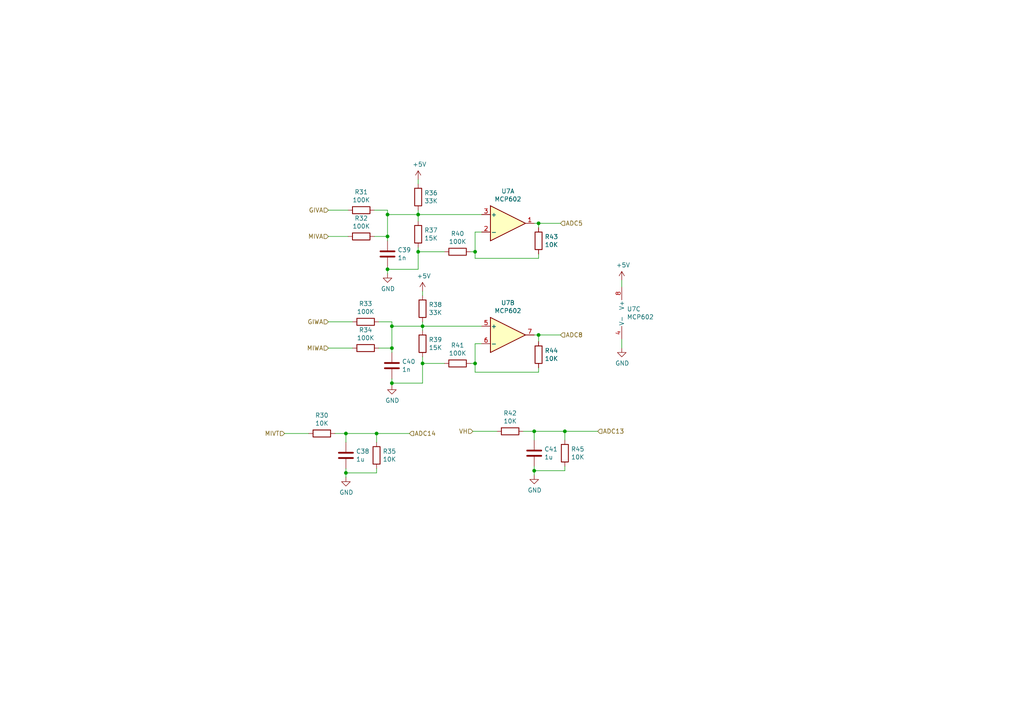
<source format=kicad_sch>
(kicad_sch (version 20230121) (generator eeschema)
  (paper "A4")
  (lib_symbols
    (symbol "Device:C" (pin_numbers hide) (pin_names (offset 0.254))
      (property "Reference" "C" (at 0.635 2.54 0))
      (property "Value" "C" (at 0.635 -2.54 0))
      (symbol "C_0_1"
        (polyline (pts (xy -2.032 -0.762) (xy 2.032 -0.762)) (stroke (width 0.508)))
        (polyline (pts (xy -2.032 0.762) (xy 2.032 0.762)) (stroke (width 0.508)))
      )
      (symbol "C_1_1"
        (pin passive line (at 0 3.81 270) (length 2.794) (name "~") (number "1"))
        (pin passive line (at 0 -3.81 90) (length 2.794) (name "~") (number "2"))
      )
    )
    (symbol "Device:R" (pin_numbers hide) (pin_names (offset 0))
      (property "Reference" "R" (at 2.032 0 90))
      (property "Value" "R" (at 0 0 90))
      (symbol "R_0_1"
        (rectangle (start -1.016 -2.54) (end 1.016 2.54) (stroke (width 0.254)))
      )
      (symbol "R_1_1"
        (pin passive line (at 0 3.81 270) (length 1.27) (name "~") (number "1"))
        (pin passive line (at 0 -3.81 90) (length 1.27) (name "~") (number "2"))
      )
    )
    (symbol "prius_gen2-rescue:+5V-power-prius_gen2-rescue" (power) (pin_names (offset 0))
      (property "Value" "+5V-power-prius_gen2-rescue" (at 0 3.556 0))
      (symbol "+5V-power-prius_gen2-rescue_0_1"
        (polyline (pts (xy -0.762 1.27) (xy 0 2.54)))
        (polyline (pts (xy 0 0) (xy 0 2.54)))
        (polyline (pts (xy 0 2.54) (xy 0.762 1.27)))
      )
      (symbol "+5V-power-prius_gen2-rescue_1_1"
        (pin power_in line (at 0 0 90) (length 0) hide (name "+5V") (number "1"))
      )
    )
    (symbol "prius_gen2-rescue:GND-power-prius_gen2-rescue" (power) (pin_names (offset 0))
      (property "Value" "GND-power-prius_gen2-rescue" (at 0 -3.81 0))
      (symbol "GND-power-prius_gen2-rescue_0_1"
        (polyline (pts (xy 0 0) (xy 0 -1.27) (xy 1.27 -1.27) (xy 0 -2.54) (xy -1.27 -1.27) (xy 0 -1.27)))
      )
      (symbol "GND-power-prius_gen2-rescue_1_1"
        (pin power_in line (at 0 0 270) (length 0) hide (name "GND") (number "1"))
      )
    )
    (symbol "prius_gen2-rescue:MCP602-Amplifier_Operational-prius_gen2-rescue" (pin_names (offset 0.127))
      (property "Reference" "U" (at 0 5.08 0))
      (property "Value" "MCP602-Amplifier_Operational-prius_gen2-rescue" (at 0 -5.08 0))
      (symbol "MCP602-Amplifier_Operational-prius_gen2-rescue_1_1"
        (polyline (pts (xy -5.08 5.08) (xy 5.08 0) (xy -5.08 -5.08) (xy -5.08 5.08)) (stroke (width 0.254)) (fill (type background)))
        (pin output line (at 7.62 0 180) (length 2.54) (name "~") (number "1"))
        (pin input line (at -7.62 -2.54 0) (length 2.54) (name "-") (number "2"))
        (pin input line (at -7.62 2.54 0) (length 2.54) (name "+") (number "3"))
      )
      (symbol "MCP602-Amplifier_Operational-prius_gen2-rescue_2_1"
        (polyline (pts (xy -5.08 5.08) (xy 5.08 0) (xy -5.08 -5.08) (xy -5.08 5.08)) (stroke (width 0.254)) (fill (type background)))
        (pin input line (at -7.62 2.54 0) (length 2.54) (name "+") (number "5"))
        (pin input line (at -7.62 -2.54 0) (length 2.54) (name "-") (number "6"))
        (pin output line (at 7.62 0 180) (length 2.54) (name "~") (number "7"))
      )
      (symbol "MCP602-Amplifier_Operational-prius_gen2-rescue_3_1"
        (pin power_in line (at -2.54 -7.62 90) (length 3.81) (name "V-") (number "4"))
        (pin power_in line (at -2.54 7.62 270) (length 3.81) (name "V+") (number "8"))
      )
    )
  )
  (junction (at 137.795 105.41))
  (junction (at 156.21 64.77))
  (junction (at 122.555 105.41))
  (junction (at 112.395 78.105))
  (junction (at 100.33 137.16))
  (junction (at 113.665 94.615))
  (junction (at 156.21 97.155))
  (junction (at 137.795 73.025))
  (junction (at 154.94 136.525))
  (junction (at 154.94 125.095))
  (junction (at 100.33 125.73))
  (junction (at 109.22 125.73))
  (junction (at 121.285 73.025))
  (junction (at 113.665 100.965))
  (junction (at 122.555 94.615))
  (junction (at 112.395 62.23))
  (junction (at 121.285 62.23))
  (junction (at 112.395 68.58))
  (junction (at 113.665 111.125))
  (junction (at 163.83 125.095))
  (wire (pts (xy 102.235 93.345) (xy 95.25 93.345)))
  (wire (pts (xy 121.285 73.025) (xy 121.285 71.755)))
  (wire (pts (xy 100.33 128.27) (xy 100.33 125.73)))
  (wire (pts (xy 156.21 99.06) (xy 156.21 97.155)))
  (wire (pts (xy 139.7 94.615) (xy 122.555 94.615)))
  (wire (pts (xy 121.285 62.23) (xy 139.7 62.23)))
  (wire (pts (xy 112.395 79.375) (xy 112.395 78.105)))
  (wire (pts (xy 156.21 97.155) (xy 154.94 97.155)))
  (wire (pts (xy 139.7 67.31) (xy 137.795 67.31)))
  (wire (pts (xy 113.665 94.615) (xy 113.665 93.345)))
  (wire (pts (xy 82.55 125.73) (xy 89.535 125.73)))
  (wire (pts (xy 136.525 105.41) (xy 137.795 105.41)))
  (wire (pts (xy 180.34 81.28) (xy 180.34 83.185)))
  (wire (pts (xy 121.285 64.135) (xy 121.285 62.23)))
  (wire (pts (xy 122.555 111.125) (xy 122.555 105.41)))
  (wire (pts (xy 109.855 100.965) (xy 113.665 100.965)))
  (wire (pts (xy 121.285 60.96) (xy 121.285 62.23)))
  (wire (pts (xy 137.16 125.095) (xy 144.145 125.095)))
  (wire (pts (xy 137.795 107.95) (xy 156.21 107.95)))
  (wire (pts (xy 112.395 68.58) (xy 112.395 62.23)))
  (wire (pts (xy 137.795 74.93) (xy 137.795 73.025)))
  (wire (pts (xy 95.25 100.965) (xy 102.235 100.965)))
  (wire (pts (xy 163.83 136.525) (xy 154.94 136.525)))
  (wire (pts (xy 113.665 111.125) (xy 113.665 109.855)))
  (wire (pts (xy 137.795 99.695) (xy 137.795 105.41)))
  (wire (pts (xy 154.94 127.635) (xy 154.94 125.095)))
  (wire (pts (xy 156.21 64.77) (xy 154.94 64.77)))
  (wire (pts (xy 173.355 125.095) (xy 163.83 125.095)))
  (wire (pts (xy 156.21 74.93) (xy 137.795 74.93)))
  (wire (pts (xy 112.395 68.58) (xy 112.395 69.85)))
  (wire (pts (xy 156.21 107.95) (xy 156.21 106.68)))
  (wire (pts (xy 113.665 100.965) (xy 113.665 102.235)))
  (wire (pts (xy 113.665 100.965) (xy 113.665 94.615)))
  (wire (pts (xy 100.33 125.73) (xy 109.22 125.73)))
  (wire (pts (xy 112.395 60.96) (xy 108.585 60.96)))
  (wire (pts (xy 122.555 94.615) (xy 122.555 95.885)))
  (wire (pts (xy 137.795 67.31) (xy 137.795 73.025)))
  (wire (pts (xy 163.83 125.095) (xy 163.83 127.635)))
  (wire (pts (xy 121.285 52.07) (xy 121.285 53.34)))
  (wire (pts (xy 113.665 93.345) (xy 109.855 93.345)))
  (wire (pts (xy 122.555 93.345) (xy 122.555 94.615)))
  (wire (pts (xy 162.56 64.77) (xy 156.21 64.77)))
  (wire (pts (xy 109.22 135.89) (xy 109.22 137.16)))
  (wire (pts (xy 100.965 60.96) (xy 95.25 60.96)))
  (wire (pts (xy 112.395 62.23) (xy 121.285 62.23)))
  (wire (pts (xy 151.765 125.095) (xy 154.94 125.095)))
  (wire (pts (xy 109.22 125.73) (xy 109.22 128.27)))
  (wire (pts (xy 100.33 137.16) (xy 100.33 135.89)))
  (wire (pts (xy 163.83 135.255) (xy 163.83 136.525)))
  (wire (pts (xy 154.94 136.525) (xy 154.94 135.255)))
  (wire (pts (xy 112.395 78.105) (xy 121.285 78.105)))
  (wire (pts (xy 112.395 62.23) (xy 112.395 60.96)))
  (wire (pts (xy 95.25 68.58) (xy 100.965 68.58)))
  (wire (pts (xy 97.155 125.73) (xy 100.33 125.73)))
  (wire (pts (xy 100.33 138.43) (xy 100.33 137.16)))
  (wire (pts (xy 122.555 84.455) (xy 122.555 85.725)))
  (wire (pts (xy 156.21 66.04) (xy 156.21 64.77)))
  (wire (pts (xy 154.94 137.795) (xy 154.94 136.525)))
  (wire (pts (xy 121.285 78.105) (xy 121.285 73.025)))
  (wire (pts (xy 118.745 125.73) (xy 109.22 125.73)))
  (wire (pts (xy 136.525 73.025) (xy 137.795 73.025)))
  (wire (pts (xy 112.395 78.105) (xy 112.395 77.47)))
  (wire (pts (xy 122.555 103.505) (xy 122.555 105.41)))
  (wire (pts (xy 108.585 68.58) (xy 112.395 68.58)))
  (wire (pts (xy 156.21 73.66) (xy 156.21 74.93)))
  (wire (pts (xy 113.665 111.125) (xy 122.555 111.125)))
  (wire (pts (xy 122.555 105.41) (xy 128.905 105.41)))
  (wire (pts (xy 137.795 105.41) (xy 137.795 107.95)))
  (wire (pts (xy 180.34 100.965) (xy 180.34 98.425)))
  (wire (pts (xy 109.22 137.16) (xy 100.33 137.16)))
  (wire (pts (xy 113.665 111.76) (xy 113.665 111.125)))
  (wire (pts (xy 121.285 73.025) (xy 128.905 73.025)))
  (wire (pts (xy 154.94 125.095) (xy 163.83 125.095)))
  (wire (pts (xy 113.665 94.615) (xy 122.555 94.615)))
  (wire (pts (xy 139.7 99.695) (xy 137.795 99.695)))
  (wire (pts (xy 162.56 97.155) (xy 156.21 97.155)))
  (hierarchical_label "MIVA" (shape input) (at 95.25 68.58 180))
  (hierarchical_label "ADC8" (shape input) (at 162.56 97.155 0))
  (hierarchical_label "MIVT" (shape input) (at 82.55 125.73 180))
  (hierarchical_label "VH" (shape input) (at 137.16 125.095 180))
  (hierarchical_label "ADC13" (shape input) (at 173.355 125.095 0))
  (hierarchical_label "ADC14" (shape input) (at 118.745 125.73 0))
  (hierarchical_label "GIVA" (shape input) (at 95.25 60.96 180))
  (hierarchical_label "GIWA" (shape input) (at 95.25 93.345 180))
  (hierarchical_label "ADC5" (shape input) (at 162.56 64.77 0))
  (hierarchical_label "MIWA" (shape input) (at 95.25 100.965 180))
  (symbol (lib_id "prius_gen2-rescue:MCP602-Amplifier_Operational-prius_gen2-rescue") (at 147.32 64.77 0) (unit 1)
    (property "Reference" "U7" (at 147.32 55.4482 0))
    (property "Value" "MCP602" (at 147.32 57.7596 0))
    (property "Footprint" "Package_SO:SOIC-8-1EP_3.9x4.9mm_P1.27mm_EP2.29x3mm" (effects hide))
    (property "Datasheet" "http://ww1.microchip.com/downloads/en/DeviceDoc/21314g.pdf" (effects hide))
  )
  (symbol (lib_id "prius_gen2-rescue:MCP602-Amplifier_Operational-prius_gen2-rescue") (at 147.32 97.155 0) (unit 2)
    (property "Reference" "U7" (at 147.32 87.8332 0))
    (property "Value" "MCP602" (at 147.32 90.1446 0))
    (property "Footprint" "Package_SO:SOIC-8-1EP_3.9x4.9mm_P1.27mm_EP2.29x3mm" (effects hide))
    (property "Datasheet" "http://ww1.microchip.com/downloads/en/DeviceDoc/21314g.pdf" (effects hide))
  )
  (symbol (lib_id "prius_gen2-rescue:MCP602-Amplifier_Operational-prius_gen2-rescue") (at 182.88 90.805 0) (unit 3)
    (property "Reference" "U7" (at 181.8132 89.6366 0) (effects (justify left)))
    (property "Value" "MCP602" (at 181.8132 91.948 0) (effects (justify left)))
    (property "Footprint" "Package_SO:SOIC-8-1EP_3.9x4.9mm_P1.27mm_EP2.29x3mm" (effects hide))
    (property "Datasheet" "http://ww1.microchip.com/downloads/en/DeviceDoc/21314g.pdf" (effects hide))
  )
  (symbol (lib_id "prius_gen2-rescue:+5V-power-prius_gen2-rescue") (at 180.34 81.28 0) (unit 1)
    (property "Reference" "#PWR074" (effects hide))
    (property "Value" "+5V" (at 180.721 76.8858 0))
  )
  (symbol (lib_id "prius_gen2-rescue:GND-power-prius_gen2-rescue") (at 180.34 100.965 0) (unit 1)
    (property "Reference" "#PWR075" (effects hide))
    (property "Value" "GND" (at 180.467 105.3592 0))
  )
  (symbol (lib_id "Device:R") (at 121.285 57.15 0) (unit 1)
    (property "Reference" "R36" (at 123.063 55.9816 0) (effects (justify left)))
    (property "Value" "33K" (at 123.063 58.293 0) (effects (justify left)))
    (property "Footprint" "Resistor_SMD:R_0603_1608Metric" (effects hide))
  )
  (symbol (lib_id "Device:R") (at 104.775 60.96 270) (unit 1)
    (property "Reference" "R31" (at 104.775 55.7022 90))
    (property "Value" "100K" (at 104.775 58.0136 90))
    (property "Footprint" "Resistor_SMD:R_0603_1608Metric" (effects hide))
  )
  (symbol (lib_id "Device:R") (at 104.775 68.58 270) (unit 1)
    (property "Reference" "R32" (at 104.775 63.3222 90))
    (property "Value" "100K" (at 104.775 65.6336 90))
    (property "Footprint" "Resistor_SMD:R_0603_1608Metric" (effects hide))
  )
  (symbol (lib_id "Device:C") (at 112.395 73.66 0) (unit 1)
    (property "Reference" "C39" (at 115.316 72.4916 0) (effects (justify left)))
    (property "Value" "1n" (at 115.316 74.803 0) (effects (justify left)))
    (property "Footprint" "Capacitor_SMD:C_0603_1608Metric" (effects hide))
  )
  (symbol (lib_id "prius_gen2-rescue:GND-power-prius_gen2-rescue") (at 112.395 79.375 0) (unit 1)
    (property "Reference" "#PWR069" (effects hide))
    (property "Value" "GND" (at 112.522 83.7692 0))
  )
  (symbol (lib_id "Device:R") (at 121.285 67.945 0) (unit 1)
    (property "Reference" "R37" (at 123.063 66.7766 0) (effects (justify left)))
    (property "Value" "15K" (at 123.063 69.088 0) (effects (justify left)))
    (property "Footprint" "Resistor_SMD:R_0603_1608Metric" (effects hide))
  )
  (symbol (lib_id "Device:R") (at 132.715 73.025 270) (unit 1)
    (property "Reference" "R40" (at 132.715 67.7672 90))
    (property "Value" "100K" (at 132.715 70.0786 90))
    (property "Footprint" "Resistor_SMD:R_0603_1608Metric" (effects hide))
  )
  (symbol (lib_id "Device:R") (at 156.21 69.85 180) (unit 1)
    (property "Reference" "R43" (at 157.988 68.6816 0) (effects (justify right)))
    (property "Value" "10K" (at 157.988 70.993 0) (effects (justify right)))
    (property "Footprint" "Resistor_SMD:R_0603_1608Metric" (effects hide))
  )
  (symbol (lib_id "prius_gen2-rescue:+5V-power-prius_gen2-rescue") (at 121.285 52.07 0) (unit 1)
    (property "Reference" "#PWR071" (effects hide))
    (property "Value" "+5V" (at 121.666 47.6758 0))
  )
  (symbol (lib_id "Device:R") (at 156.21 102.87 180) (unit 1)
    (property "Reference" "R44" (at 157.988 101.7016 0) (effects (justify right)))
    (property "Value" "10K" (at 157.988 104.013 0) (effects (justify right)))
    (property "Footprint" "Resistor_SMD:R_0603_1608Metric" (effects hide))
  )
  (symbol (lib_id "Device:R") (at 132.715 105.41 270) (unit 1)
    (property "Reference" "R41" (at 132.715 100.1522 90))
    (property "Value" "100K" (at 132.715 102.4636 90))
    (property "Footprint" "Resistor_SMD:R_0603_1608Metric" (effects hide))
  )
  (symbol (lib_id "Device:R") (at 122.555 99.695 0) (unit 1)
    (property "Reference" "R39" (at 124.333 98.5266 0) (effects (justify left)))
    (property "Value" "15K" (at 124.333 100.838 0) (effects (justify left)))
    (property "Footprint" "Resistor_SMD:R_0603_1608Metric" (effects hide))
  )
  (symbol (lib_id "Device:R") (at 122.555 89.535 0) (unit 1)
    (property "Reference" "R38" (at 124.333 88.3666 0) (effects (justify left)))
    (property "Value" "33K" (at 124.333 90.678 0) (effects (justify left)))
    (property "Footprint" "Resistor_SMD:R_0603_1608Metric" (effects hide))
  )
  (symbol (lib_id "Device:R") (at 106.045 93.345 270) (unit 1)
    (property "Reference" "R33" (at 106.045 88.0872 90))
    (property "Value" "100K" (at 106.045 90.3986 90))
    (property "Footprint" "Resistor_SMD:R_0603_1608Metric" (effects hide))
  )
  (symbol (lib_id "Device:R") (at 106.045 100.965 270) (unit 1)
    (property "Reference" "R34" (at 106.045 95.7072 90))
    (property "Value" "100K" (at 106.045 98.0186 90))
    (property "Footprint" "Resistor_SMD:R_0603_1608Metric" (effects hide))
  )
  (symbol (lib_id "Device:C") (at 113.665 106.045 0) (unit 1)
    (property "Reference" "C40" (at 116.586 104.8766 0) (effects (justify left)))
    (property "Value" "1n" (at 116.586 107.188 0) (effects (justify left)))
    (property "Footprint" "Capacitor_SMD:C_0603_1608Metric" (effects hide))
  )
  (symbol (lib_id "prius_gen2-rescue:GND-power-prius_gen2-rescue") (at 113.665 111.76 0) (unit 1)
    (property "Reference" "#PWR070" (effects hide))
    (property "Value" "GND" (at 113.792 116.1542 0))
  )
  (symbol (lib_id "prius_gen2-rescue:+5V-power-prius_gen2-rescue") (at 122.555 84.455 0) (unit 1)
    (property "Reference" "#PWR072" (effects hide))
    (property "Value" "+5V" (at 122.936 80.0608 0))
  )
  (symbol (lib_id "Device:R") (at 93.345 125.73 270) (unit 1)
    (property "Reference" "R30" (at 93.345 120.4722 90))
    (property "Value" "10K" (at 93.345 122.7836 90))
    (property "Footprint" "Resistor_SMD:R_0603_1608Metric" (effects hide))
    (property "LCSC" "C25804" (effects hide))
  )
  (symbol (lib_id "Device:C") (at 100.33 132.08 0) (unit 1)
    (property "Reference" "C38" (at 103.251 130.9116 0) (effects (justify left)))
    (property "Value" "1u" (at 103.251 133.223 0) (effects (justify left)))
    (property "Footprint" "Capacitor_SMD:C_0603_1608Metric" (effects hide))
  )
  (symbol (lib_id "Device:R") (at 109.22 132.08 0) (unit 1)
    (property "Reference" "R35" (at 110.998 130.9116 0) (effects (justify left)))
    (property "Value" "10K" (at 110.998 133.223 0) (effects (justify left)))
    (property "Footprint" "Resistor_SMD:R_0603_1608Metric" (effects hide))
    (property "LCSC" "C25804" (effects hide))
  )
  (symbol (lib_id "prius_gen2-rescue:GND-power-prius_gen2-rescue") (at 100.33 138.43 0) (unit 1)
    (property "Reference" "#PWR068" (effects hide))
    (property "Value" "GND" (at 100.457 142.8242 0))
  )
  (symbol (lib_id "Device:R") (at 147.955 125.095 270) (unit 1)
    (property "Reference" "R42" (at 147.955 119.8372 90))
    (property "Value" "10K" (at 147.955 122.1486 90))
    (property "Footprint" "Resistor_SMD:R_0603_1608Metric" (effects hide))
    (property "LCSC" "C25804" (effects hide))
  )
  (symbol (lib_id "Device:C") (at 154.94 131.445 0) (unit 1)
    (property "Reference" "C41" (at 157.861 130.2766 0) (effects (justify left)))
    (property "Value" "1u" (at 157.861 132.588 0) (effects (justify left)))
    (property "Footprint" "Capacitor_SMD:C_0603_1608Metric" (effects hide))
  )
  (symbol (lib_id "Device:R") (at 163.83 131.445 0) (unit 1)
    (property "Reference" "R45" (at 165.608 130.2766 0) (effects (justify left)))
    (property "Value" "10K" (at 165.608 132.588 0) (effects (justify left)))
    (property "Footprint" "Resistor_SMD:R_0603_1608Metric" (effects hide))
    (property "LCSC" "C25804" (effects hide))
  )
  (symbol (lib_id "prius_gen2-rescue:GND-power-prius_gen2-rescue") (at 154.94 137.795 0) (unit 1)
    (property "Reference" "#PWR073" (effects hide))
    (property "Value" "GND" (at 155.067 142.1892 0))
  )
)
</source>
